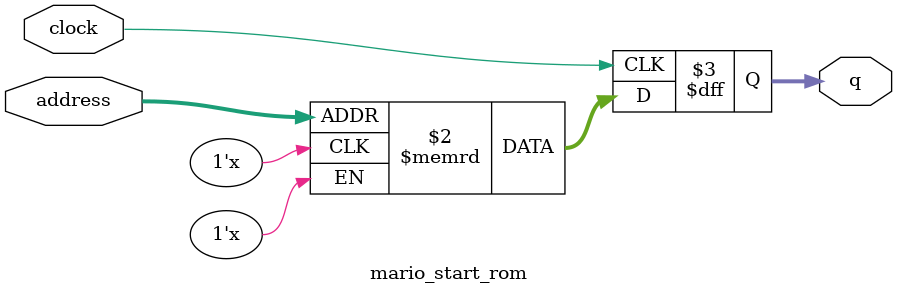
<source format=sv>
module mario_start_rom (
	input logic clock,
	input logic [16:0] address,
	output logic [2:0] q
);

logic [2:0] memory [0:76799] /* synthesis ram_init_file = "./mario_start/mario_start.COE" */;

always_ff @ (posedge clock) begin
	q <= memory[address];
end

endmodule

</source>
